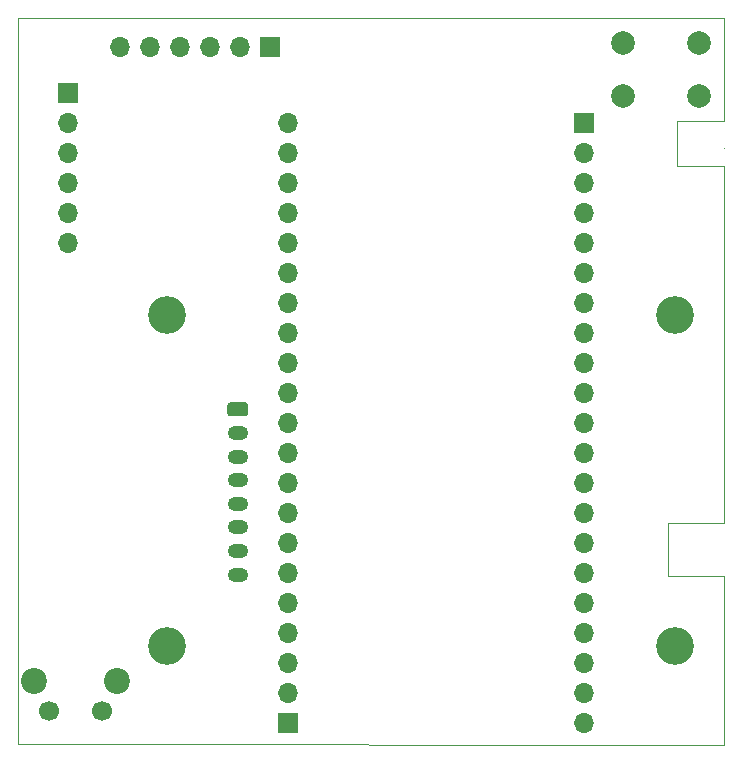
<source format=gbr>
%TF.GenerationSoftware,KiCad,Pcbnew,5.1.10-88a1d61d58~90~ubuntu20.04.1*%
%TF.CreationDate,2022-07-31T10:38:46+02:00*%
%TF.ProjectId,schematic,73636865-6d61-4746-9963-2e6b69636164,rev?*%
%TF.SameCoordinates,Original*%
%TF.FileFunction,Soldermask,Top*%
%TF.FilePolarity,Negative*%
%FSLAX46Y46*%
G04 Gerber Fmt 4.6, Leading zero omitted, Abs format (unit mm)*
G04 Created by KiCad (PCBNEW 5.1.10-88a1d61d58~90~ubuntu20.04.1) date 2022-07-31 10:38:46*
%MOMM*%
%LPD*%
G01*
G04 APERTURE LIST*
%TA.AperFunction,Profile*%
%ADD10C,0.050000*%
%TD*%
%ADD11R,1.700000X1.700000*%
%ADD12O,1.700000X1.700000*%
%ADD13C,3.200000*%
%ADD14C,2.000000*%
%ADD15C,1.700000*%
%ADD16C,2.200000*%
%ADD17O,1.750000X1.200000*%
G04 APERTURE END LIST*
D10*
X142100000Y-108800000D02*
X142100000Y-104300000D01*
X142100000Y-104300000D02*
X146900000Y-104300000D01*
X146900000Y-104300000D02*
X146900000Y-74100000D01*
X146900000Y-108800000D02*
X146900000Y-108800000D01*
X146900000Y-108800000D02*
X142100000Y-108800000D01*
X146900000Y-72600000D02*
X146900000Y-72600000D01*
X146900000Y-70300000D02*
X146900000Y-61600000D01*
X142900000Y-74100000D02*
X146900000Y-74100000D01*
X142900000Y-70300000D02*
X142900000Y-74100000D01*
X146900000Y-70300000D02*
X142900000Y-70300000D01*
X87100000Y-123063000D02*
X146900000Y-123079000D01*
X146900000Y-61600000D02*
X87100000Y-61600000D01*
X87100000Y-61600000D02*
X87100000Y-123063000D01*
X146900000Y-123079000D02*
X146900000Y-108800000D01*
D11*
%TO.C,J2*%
X91300000Y-67900000D03*
D12*
X91300000Y-70440000D03*
X91300000Y-72980000D03*
X91300000Y-75520000D03*
X91300000Y-78060000D03*
X91300000Y-80600000D03*
%TD*%
D13*
%TO.C, *%
X99700000Y-86700000D03*
%TD*%
%TO.C, *%
X142700000Y-114700000D03*
%TD*%
%TO.C, *%
X142700000Y-86700000D03*
%TD*%
%TO.C,REF\u002A\u002A*%
X99700000Y-114700000D03*
%TD*%
D12*
%TO.C,J5*%
X95760000Y-64000000D03*
X98300000Y-64000000D03*
X100840000Y-64000000D03*
X103380000Y-64000000D03*
X105920000Y-64000000D03*
D11*
X108460000Y-64000000D03*
%TD*%
D14*
%TO.C,SW1*%
X144800000Y-63700000D03*
X144800000Y-68200000D03*
X138300000Y-63700000D03*
X138300000Y-68200000D03*
%TD*%
D15*
%TO.C,SW2*%
X94200000Y-120200000D03*
X89700000Y-120200000D03*
D16*
X95450000Y-117700000D03*
X88450000Y-117700000D03*
%TD*%
D17*
%TO.C,J4*%
X105700000Y-108700000D03*
X105700000Y-106700000D03*
X105700000Y-104700000D03*
X105700000Y-102700000D03*
X105700000Y-100700000D03*
X105700000Y-98700000D03*
X105700000Y-96700000D03*
G36*
G01*
X105074999Y-94100000D02*
X106325001Y-94100000D01*
G75*
G02*
X106575000Y-94349999I0J-249999D01*
G01*
X106575000Y-95050001D01*
G75*
G02*
X106325001Y-95300000I-249999J0D01*
G01*
X105074999Y-95300000D01*
G75*
G02*
X104825000Y-95050001I0J249999D01*
G01*
X104825000Y-94349999D01*
G75*
G02*
X105074999Y-94100000I249999J0D01*
G01*
G37*
%TD*%
D11*
%TO.C,J1*%
X135000000Y-70445000D03*
D12*
X135000000Y-72985000D03*
X135000000Y-75525000D03*
X135000000Y-78065000D03*
X135000000Y-80605000D03*
X135000000Y-83145000D03*
X135000000Y-85685000D03*
X135000000Y-88225000D03*
X135000000Y-90765000D03*
X135000000Y-93305000D03*
X135000000Y-95845000D03*
X135000000Y-98385000D03*
X135000000Y-100925000D03*
X135000000Y-103465000D03*
X135000000Y-106005000D03*
X135000000Y-108545000D03*
X135000000Y-111085000D03*
X135000000Y-113625000D03*
X135000000Y-116165000D03*
X135000000Y-118705000D03*
X135000000Y-121245000D03*
%TD*%
%TO.C,J3*%
X110000000Y-70445000D03*
X110000000Y-72985000D03*
X110000000Y-75525000D03*
X110000000Y-78065000D03*
X110000000Y-80605000D03*
X110000000Y-83145000D03*
X110000000Y-85685000D03*
X110000000Y-88225000D03*
X110000000Y-90765000D03*
X110000000Y-93305000D03*
X110000000Y-95845000D03*
X110000000Y-98385000D03*
X110000000Y-100925000D03*
X110000000Y-103465000D03*
X110000000Y-106005000D03*
X110000000Y-108545000D03*
X110000000Y-111085000D03*
X110000000Y-113625000D03*
X110000000Y-116165000D03*
X110000000Y-118705000D03*
D11*
X110000000Y-121245000D03*
%TD*%
M02*

</source>
